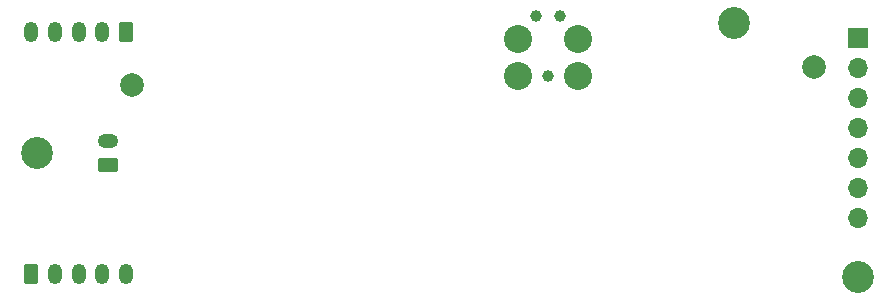
<source format=gbr>
%TF.GenerationSoftware,KiCad,Pcbnew,8.0.4*%
%TF.CreationDate,2024-09-01T09:58:53+12:00*%
%TF.ProjectId,CDRC,43445243-2e6b-4696-9361-645f70636258,A*%
%TF.SameCoordinates,Original*%
%TF.FileFunction,Soldermask,Bot*%
%TF.FilePolarity,Negative*%
%FSLAX46Y46*%
G04 Gerber Fmt 4.6, Leading zero omitted, Abs format (unit mm)*
G04 Created by KiCad (PCBNEW 8.0.4) date 2024-09-01 09:58:53*
%MOMM*%
%LPD*%
G01*
G04 APERTURE LIST*
G04 Aperture macros list*
%AMRoundRect*
0 Rectangle with rounded corners*
0 $1 Rounding radius*
0 $2 $3 $4 $5 $6 $7 $8 $9 X,Y pos of 4 corners*
0 Add a 4 corners polygon primitive as box body*
4,1,4,$2,$3,$4,$5,$6,$7,$8,$9,$2,$3,0*
0 Add four circle primitives for the rounded corners*
1,1,$1+$1,$2,$3*
1,1,$1+$1,$4,$5*
1,1,$1+$1,$6,$7*
1,1,$1+$1,$8,$9*
0 Add four rect primitives between the rounded corners*
20,1,$1+$1,$2,$3,$4,$5,0*
20,1,$1+$1,$4,$5,$6,$7,0*
20,1,$1+$1,$6,$7,$8,$9,0*
20,1,$1+$1,$8,$9,$2,$3,0*%
G04 Aperture macros list end*
%ADD10C,2.000000*%
%ADD11C,2.700000*%
%ADD12RoundRect,0.250000X0.625000X-0.350000X0.625000X0.350000X-0.625000X0.350000X-0.625000X-0.350000X0*%
%ADD13O,1.750000X1.200000*%
%ADD14R,1.700000X1.700000*%
%ADD15O,1.700000X1.700000*%
%ADD16C,2.374900*%
%ADD17C,0.990600*%
%ADD18RoundRect,0.250000X-0.350000X-0.625000X0.350000X-0.625000X0.350000X0.625000X-0.350000X0.625000X0*%
%ADD19O,1.200000X1.750000*%
%ADD20RoundRect,0.250000X0.350000X0.625000X-0.350000X0.625000X-0.350000X-0.625000X0.350000X-0.625000X0*%
G04 APERTURE END LIST*
D10*
%TO.C,TP101*%
X163500000Y-59000000D03*
%TD*%
D11*
%TO.C,H102*%
X97750000Y-66250000D03*
%TD*%
D12*
%TO.C,J502*%
X103750000Y-67250000D03*
D13*
X103750000Y-65250000D03*
%TD*%
D14*
%TO.C,J101*%
X167250000Y-56510000D03*
D15*
X167250000Y-59050000D03*
X167250000Y-61590000D03*
X167250000Y-64130000D03*
X167250000Y-66670000D03*
X167250000Y-69210000D03*
X167250000Y-71750000D03*
%TD*%
D11*
%TO.C,H103*%
X167250000Y-76750000D03*
%TD*%
D16*
%TO.C,J401*%
X138460000Y-59750000D03*
D17*
X141000000Y-59750000D03*
D16*
X143540000Y-59750000D03*
X138460000Y-56575000D03*
X143540000Y-56575000D03*
D17*
X139984000Y-54670000D03*
X142016000Y-54670000D03*
%TD*%
D11*
%TO.C,H101*%
X156750000Y-55250000D03*
%TD*%
D18*
%TO.C,J504*%
X97250000Y-76500000D03*
D19*
X99250000Y-76500000D03*
X101250000Y-76500000D03*
X103250000Y-76500000D03*
X105250000Y-76500000D03*
%TD*%
D20*
%TO.C,J501*%
X105250000Y-56000000D03*
D19*
X103250000Y-56000000D03*
X101250000Y-56000000D03*
X99250000Y-56000000D03*
X97250000Y-56000000D03*
%TD*%
D10*
%TO.C,TP508*%
X105750000Y-60500000D03*
%TD*%
M02*

</source>
